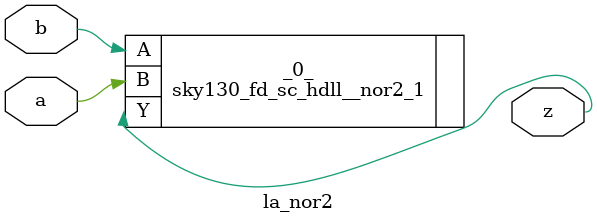
<source format=v>

/* Generated by Yosys 0.37 (git sha1 a5c7f69ed, clang 14.0.0-1ubuntu1.1 -fPIC -Os) */

module la_nor2(a, b, z);
  input a;
  wire a;
  input b;
  wire b;
  output z;
  wire z;
  sky130_fd_sc_hdll__nor2_1 _0_ (
    .A(b),
    .B(a),
    .Y(z)
  );
endmodule

</source>
